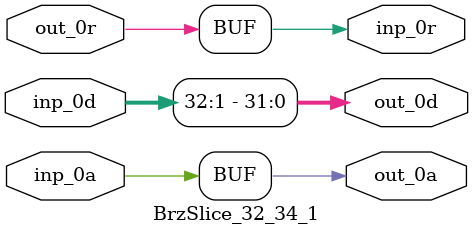
<source format=v>
module BrzSlice_32_34_1 (
  out_0r, out_0a, out_0d,
  inp_0r, inp_0a, inp_0d
);
  input out_0r;
  output out_0a;
  output [31:0] out_0d;
  output inp_0r;
  input inp_0a;
  input [33:0] inp_0d;
  assign inp_0r = out_0r;
  assign out_0a = inp_0a;
  assign out_0d[0] = inp_0d[1];
  assign out_0d[1] = inp_0d[2];
  assign out_0d[2] = inp_0d[3];
  assign out_0d[3] = inp_0d[4];
  assign out_0d[4] = inp_0d[5];
  assign out_0d[5] = inp_0d[6];
  assign out_0d[6] = inp_0d[7];
  assign out_0d[7] = inp_0d[8];
  assign out_0d[8] = inp_0d[9];
  assign out_0d[9] = inp_0d[10];
  assign out_0d[10] = inp_0d[11];
  assign out_0d[11] = inp_0d[12];
  assign out_0d[12] = inp_0d[13];
  assign out_0d[13] = inp_0d[14];
  assign out_0d[14] = inp_0d[15];
  assign out_0d[15] = inp_0d[16];
  assign out_0d[16] = inp_0d[17];
  assign out_0d[17] = inp_0d[18];
  assign out_0d[18] = inp_0d[19];
  assign out_0d[19] = inp_0d[20];
  assign out_0d[20] = inp_0d[21];
  assign out_0d[21] = inp_0d[22];
  assign out_0d[22] = inp_0d[23];
  assign out_0d[23] = inp_0d[24];
  assign out_0d[24] = inp_0d[25];
  assign out_0d[25] = inp_0d[26];
  assign out_0d[26] = inp_0d[27];
  assign out_0d[27] = inp_0d[28];
  assign out_0d[28] = inp_0d[29];
  assign out_0d[29] = inp_0d[30];
  assign out_0d[30] = inp_0d[31];
  assign out_0d[31] = inp_0d[32];
endmodule
</source>
